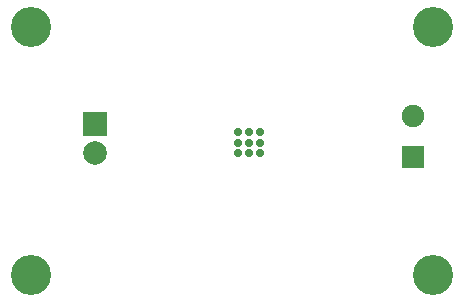
<source format=gbs>
G04*
G04 #@! TF.GenerationSoftware,Altium Limited,Altium Designer,19.1.6 (110)*
G04*
G04 Layer_Color=16711935*
%FSLAX43Y43*%
%MOMM*%
G71*
G01*
G75*
%ADD26C,3.400*%
%ADD27R,2.000X2.000*%
%ADD28C,2.000*%
%ADD29R,1.900X1.900*%
%ADD30C,1.900*%
%ADD49C,0.700*%
D26*
X36500Y2500D02*
D03*
X2500D02*
D03*
X36500Y23500D02*
D03*
X2500D02*
D03*
D27*
X7925Y15271D02*
D03*
D28*
Y12771D02*
D03*
D29*
X34823Y12471D02*
D03*
D30*
Y15971D02*
D03*
D49*
X21856Y12764D02*
D03*
X20956D02*
D03*
X20056D02*
D03*
Y14564D02*
D03*
X21856D02*
D03*
X20956D02*
D03*
X20056Y13664D02*
D03*
X20956D02*
D03*
X21856D02*
D03*
M02*

</source>
